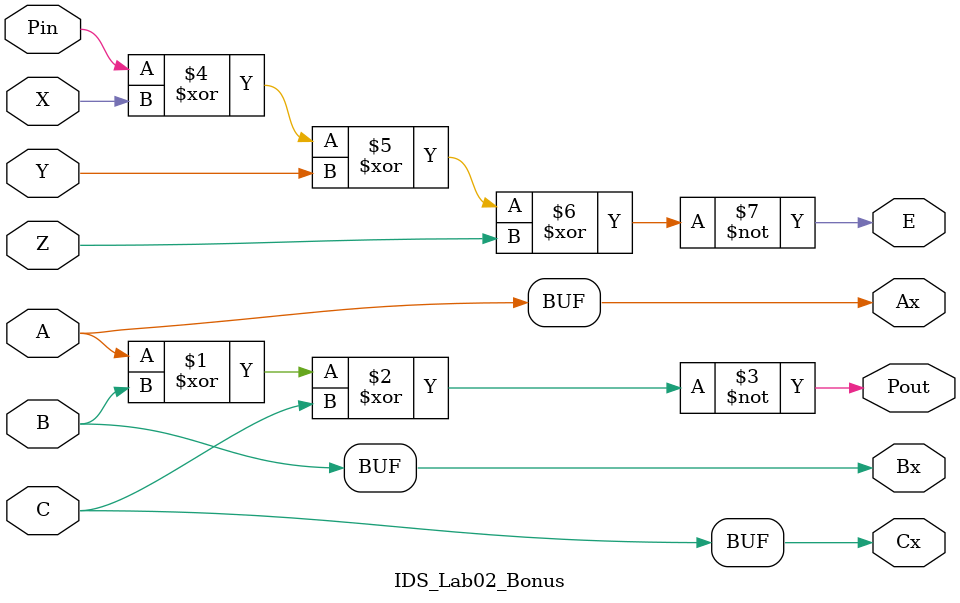
<source format=v>
`timescale 1ns / 1ps
module IDS_Lab02_Bonus(
    input A,
    input B,
    input C,
    input Pin,
    input X,
    input Y,
    input Z,
    output Ax,
    output Bx,
	 output Cx,
    output Pout,
    output E
    );
assign Ax = A;
assign Bx = B;
assign Cx = C;
assign Pout = ~(A ^ B ^ C);

assign E = ~(Pin ^ X ^ Y ^ Z);

endmodule

</source>
